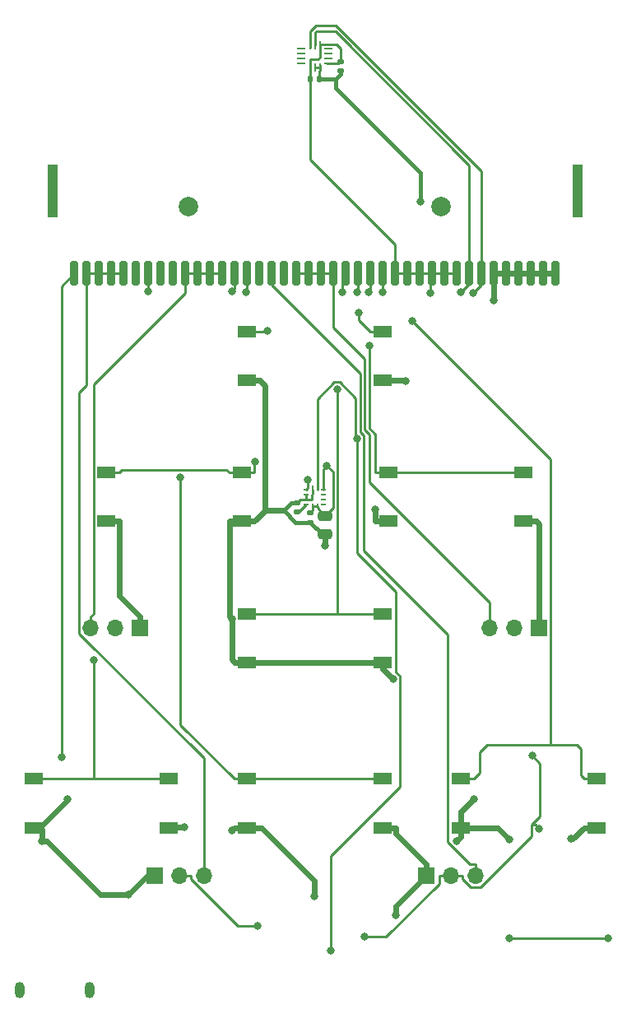
<source format=gbr>
%TF.GenerationSoftware,KiCad,Pcbnew,9.0.3*%
%TF.CreationDate,2025-08-22T11:29:54-04:00*%
%TF.ProjectId,roversa2,726f7665-7273-4613-922e-6b696361645f,rev?*%
%TF.SameCoordinates,Original*%
%TF.FileFunction,Copper,L1,Top*%
%TF.FilePolarity,Positive*%
%FSLAX46Y46*%
G04 Gerber Fmt 4.6, Leading zero omitted, Abs format (unit mm)*
G04 Created by KiCad (PCBNEW 9.0.3) date 2025-08-22 11:29:54*
%MOMM*%
%LPD*%
G01*
G04 APERTURE LIST*
G04 Aperture macros list*
%AMRoundRect*
0 Rectangle with rounded corners*
0 $1 Rounding radius*
0 $2 $3 $4 $5 $6 $7 $8 $9 X,Y pos of 4 corners*
0 Add a 4 corners polygon primitive as box body*
4,1,4,$2,$3,$4,$5,$6,$7,$8,$9,$2,$3,0*
0 Add four circle primitives for the rounded corners*
1,1,$1+$1,$2,$3*
1,1,$1+$1,$4,$5*
1,1,$1+$1,$6,$7*
1,1,$1+$1,$8,$9*
0 Add four rect primitives between the rounded corners*
20,1,$1+$1,$2,$3,$4,$5,0*
20,1,$1+$1,$4,$5,$6,$7,0*
20,1,$1+$1,$6,$7,$8,$9,0*
20,1,$1+$1,$8,$9,$2,$3,0*%
G04 Aperture macros list end*
%TA.AperFunction,SMDPad,CuDef*%
%ADD10R,1.950000X1.300000*%
%TD*%
%TA.AperFunction,SMDPad,CuDef*%
%ADD11RoundRect,0.250000X-0.475000X0.250000X-0.475000X-0.250000X0.475000X-0.250000X0.475000X0.250000X0*%
%TD*%
%TA.AperFunction,SMDPad,CuDef*%
%ADD12RoundRect,0.140000X0.170000X-0.140000X0.170000X0.140000X-0.170000X0.140000X-0.170000X-0.140000X0*%
%TD*%
%TA.AperFunction,ComponentPad*%
%ADD13RoundRect,0.275000X-0.275000X-2.475000X0.275000X-2.475000X0.275000X2.475000X-0.275000X2.475000X0*%
%TD*%
%TA.AperFunction,ComponentPad*%
%ADD14C,2.000000*%
%TD*%
%TA.AperFunction,SMDPad,CuDef*%
%ADD15RoundRect,0.200000X-0.200000X-1.050000X0.200000X-1.050000X0.200000X1.050000X-0.200000X1.050000X0*%
%TD*%
%TA.AperFunction,SMDPad,CuDef*%
%ADD16RoundRect,0.140000X-0.170000X0.140000X-0.170000X-0.140000X0.170000X-0.140000X0.170000X0.140000X0*%
%TD*%
%TA.AperFunction,SMDPad,CuDef*%
%ADD17RoundRect,0.140000X-0.140000X-0.170000X0.140000X-0.170000X0.140000X0.170000X-0.140000X0.170000X0*%
%TD*%
%TA.AperFunction,SMDPad,CuDef*%
%ADD18R,0.950000X0.250000*%
%TD*%
%TA.AperFunction,SMDPad,CuDef*%
%ADD19R,0.250000X0.950000*%
%TD*%
%TA.AperFunction,SMDPad,CuDef*%
%ADD20R,0.550000X0.250000*%
%TD*%
%TA.AperFunction,SMDPad,CuDef*%
%ADD21R,0.250000X0.550000*%
%TD*%
%TA.AperFunction,ComponentPad*%
%ADD22R,1.700000X1.700000*%
%TD*%
%TA.AperFunction,ComponentPad*%
%ADD23O,1.700000X1.700000*%
%TD*%
%TA.AperFunction,ComponentPad*%
%ADD24O,1.000000X1.700000*%
%TD*%
%TA.AperFunction,ViaPad*%
%ADD25C,0.800000*%
%TD*%
%TA.AperFunction,Conductor*%
%ADD26C,0.250000*%
%TD*%
%TA.AperFunction,Conductor*%
%ADD27C,0.600000*%
%TD*%
%TA.AperFunction,Conductor*%
%ADD28C,0.400000*%
%TD*%
G04 APERTURE END LIST*
D10*
%TO.P,SW2,1,1*%
%TO.N,Net-(R10-Pad2)*%
X92897800Y-126021900D03*
X106847800Y-126021900D03*
%TO.P,SW2,2,2*%
%TO.N,VSS*%
X92897800Y-131021900D03*
X106847800Y-131021900D03*
%TD*%
D11*
%TO.P,C6,1*%
%TO.N,+3V3*%
X100914200Y-98948200D03*
%TO.P,C6,2*%
%TO.N,VSS*%
X100914200Y-100848200D03*
%TD*%
D12*
%TO.P,C5,1*%
%TO.N,Net-(U3-C1)*%
X98000000Y-98571500D03*
%TO.P,C5,2*%
%TO.N,VSS*%
X98000000Y-97611500D03*
%TD*%
D13*
%TO.P,EC1,*%
%TO.N,*%
X72872800Y-65511900D03*
D14*
X86872800Y-67171900D03*
X112872800Y-67171900D03*
D13*
X126872800Y-65511900D03*
D15*
%TO.P,EC1,1,P3*%
%TO.N,V_DIV*%
X75107800Y-74021900D03*
%TO.P,EC1,2,P0*%
%TO.N,GVS_A*%
X76377800Y-74021900D03*
X77647800Y-74021900D03*
X78917800Y-74021900D03*
X80187800Y-74021900D03*
%TO.P,EC1,3,P4*%
%TO.N,unconnected-(EC1-P4-Pad3)*%
X81457800Y-74021900D03*
%TO.P,EC1,4,P5*%
%TO.N,ENTER*%
X82727800Y-74021900D03*
%TO.P,EC1,5,P6*%
%TO.N,unconnected-(EC1-P6-Pad5)*%
X83997800Y-74021900D03*
%TO.P,EC1,6,P7*%
%TO.N,unconnected-(EC1-P7-Pad6)*%
X85267800Y-74021900D03*
%TO.P,EC1,7,P1*%
%TO.N,SERVO_L*%
X86537800Y-74021900D03*
X87807800Y-74021900D03*
X89077800Y-74021900D03*
X90347800Y-74021900D03*
%TO.P,EC1,8,P8*%
%TO.N,PLAY*%
X91617800Y-74021900D03*
%TO.P,EC1,9,P9*%
%TO.N,STOP*%
X92887800Y-74021900D03*
%TO.P,EC1,10,P10*%
%TO.N,unconnected-(EC1-P10-Pad10)*%
X94157800Y-74021900D03*
%TO.P,EC1,11,P11*%
%TO.N,GVS_D*%
X95427800Y-74021900D03*
%TO.P,EC1,12,P12*%
%TO.N,unconnected-(EC1-P12-Pad12)*%
X96697800Y-74021900D03*
%TO.P,EC1,13,P2*%
%TO.N,SERVO_R*%
X97967800Y-74021900D03*
X99237800Y-74021900D03*
X100507800Y-74021900D03*
X101777800Y-74021900D03*
%TO.P,EC1,14,P13*%
%TO.N,FWD*%
X103047800Y-74021900D03*
%TO.P,EC1,15,P14*%
%TO.N,REV*%
X104317800Y-74021900D03*
%TO.P,EC1,16,P15*%
%TO.N,TURN_R*%
X105587800Y-74021900D03*
%TO.P,EC1,17,P16*%
%TO.N,TURN_L*%
X106857800Y-74021900D03*
%TO.P,EC1,18,3V3*%
%TO.N,+3V3*%
X108127800Y-74021900D03*
X109397800Y-74021900D03*
X110667800Y-74021900D03*
X111937800Y-74021900D03*
X113207800Y-74021900D03*
X114477800Y-74021900D03*
%TO.P,EC1,19,P19*%
%TO.N,I_SCL*%
X115747800Y-74021900D03*
%TO.P,EC1,20,P20*%
%TO.N,I_SDA*%
X117017800Y-74021900D03*
%TO.P,EC1,21,GND*%
%TO.N,VSS*%
X118287800Y-74021900D03*
X119557800Y-74021900D03*
X120827800Y-74021900D03*
X122097800Y-74021900D03*
X123367800Y-74021900D03*
X124637800Y-74021900D03*
%TD*%
D16*
%TO.P,C8,1*%
%TO.N,+3V3*%
X102500000Y-52207900D03*
%TO.P,C8,2*%
%TO.N,VSS*%
X102500000Y-53167900D03*
%TD*%
D10*
%TO.P,SW3,1,1*%
%TO.N,Net-(R11-Pad2)*%
X114897800Y-126021900D03*
X128847800Y-126021900D03*
%TO.P,SW3,2,2*%
%TO.N,VSS*%
X114897800Y-131021900D03*
X128847800Y-131021900D03*
%TD*%
%TO.P,SW8,1,1*%
%TO.N,Net-(R16-Pad2)*%
X78397800Y-94521900D03*
X92347800Y-94521900D03*
%TO.P,SW8,2,2*%
%TO.N,VSS*%
X78397800Y-99521900D03*
X92347800Y-99521900D03*
%TD*%
D17*
%TO.P,C9,1*%
%TO.N,+3V3*%
X99392800Y-54000000D03*
%TO.P,C9,2*%
%TO.N,VSS*%
X100352800Y-54000000D03*
%TD*%
D10*
%TO.P,SW7,1,1*%
%TO.N,Net-(R15-Pad2)*%
X107397800Y-94521900D03*
X121347800Y-94521900D03*
%TO.P,SW7,2,2*%
%TO.N,VSS*%
X107397800Y-99521900D03*
X121347800Y-99521900D03*
%TD*%
D16*
%TO.P,C7,1*%
%TO.N,+3V3*%
X99390200Y-98656200D03*
%TO.P,C7,2*%
%TO.N,VSS*%
X99390200Y-99616200D03*
%TD*%
D10*
%TO.P,SW6,1,1*%
%TO.N,Net-(R14-Pad2)*%
X92897800Y-109021900D03*
X106847800Y-109021900D03*
%TO.P,SW6,2,2*%
%TO.N,VSS*%
X92897800Y-114021900D03*
X106847800Y-114021900D03*
%TD*%
%TO.P,SW4,1,1*%
%TO.N,Net-(R12-Pad2)*%
X70897800Y-126021900D03*
X84847800Y-126021900D03*
%TO.P,SW4,2,2*%
%TO.N,VSS*%
X70897800Y-131021900D03*
X84847800Y-131021900D03*
%TD*%
%TO.P,SW5,1,1*%
%TO.N,Net-(R13-Pad2)*%
X92897800Y-80021900D03*
X106847800Y-80021900D03*
%TO.P,SW5,2,2*%
%TO.N,VSS*%
X92897800Y-85021900D03*
X106847800Y-85021900D03*
%TD*%
D18*
%TO.P,U4,1,SA0*%
%TO.N,unconnected-(U4-SA0-Pad1)*%
X98472800Y-50921900D03*
%TO.P,U4,2,SDX*%
%TO.N,unconnected-(U4-SDX-Pad2)*%
X98472800Y-51421900D03*
%TO.P,U4,3,SCX*%
%TO.N,unconnected-(U4-SCX-Pad3)*%
X98472800Y-51921900D03*
%TO.P,U4,4,INT1*%
%TO.N,unconnected-(U4-INT1-Pad4)*%
X98472800Y-52421900D03*
D19*
%TO.P,U4,5,VDD_IO*%
%TO.N,+3V3*%
X99372800Y-52821900D03*
%TO.P,U4,6,GND*%
%TO.N,VSS*%
X99872800Y-52821900D03*
%TO.P,U4,7,GND*%
X100372800Y-52821900D03*
D18*
%TO.P,U4,8,VDD*%
%TO.N,+3V3*%
X101260300Y-52421900D03*
%TO.P,U4,9,INT2*%
%TO.N,unconnected-(U4-INT2-Pad9)*%
X101260300Y-51921900D03*
%TO.P,U4,10,NC*%
%TO.N,unconnected-(U4-NC-Pad10)*%
X101260300Y-51421900D03*
%TO.P,U4,11,NC*%
%TO.N,unconnected-(U4-NC-Pad11)*%
X101260300Y-50921900D03*
D19*
%TO.P,U4,12,CS*%
%TO.N,+3V3*%
X100372800Y-50521900D03*
%TO.P,U4,13,SCL*%
%TO.N,I_SCL*%
X99872800Y-50521900D03*
%TO.P,U4,14,SDA*%
%TO.N,I_SDA*%
X99372800Y-50521900D03*
%TD*%
D20*
%TO.P,U3,1,SCL*%
%TO.N,I_SCL*%
X98972800Y-96271900D03*
%TO.P,U3,2,RES*%
%TO.N,VSS*%
X98972800Y-96771900D03*
%TO.P,U3,3,GND*%
X98972800Y-97271900D03*
%TO.P,U3,4,C1*%
%TO.N,Net-(U3-C1)*%
X98972800Y-97771900D03*
D21*
%TO.P,U3,5,VDD*%
%TO.N,+3V3*%
X99622800Y-97921900D03*
%TO.P,U3,6,VDD_IO*%
X100122800Y-97921900D03*
D20*
%TO.P,U3,7,INT*%
%TO.N,unconnected-(U3-INT-Pad7)*%
X100772800Y-97771900D03*
%TO.P,U3,8,DRDY*%
%TO.N,unconnected-(U3-DRDY-Pad8)*%
X100772800Y-97271900D03*
%TO.P,U3,9,SA1*%
%TO.N,unconnected-(U3-SA1-Pad9)*%
X100772800Y-96771900D03*
%TO.P,U3,10,CS*%
%TO.N,+3V3*%
X100772800Y-96271900D03*
D21*
%TO.P,U3,11,SDA*%
%TO.N,I_SDA*%
X100122800Y-96121900D03*
%TO.P,U3,12,RES*%
%TO.N,VSS*%
X99622800Y-96121900D03*
%TD*%
D22*
%TO.P,J7,1,GND*%
%TO.N,VSS*%
X122922800Y-110521900D03*
D23*
%TO.P,J7,2,VDD*%
%TO.N,SW_BAT*%
X120382800Y-110521900D03*
%TO.P,J7,3,PWM*%
%TO.N,SERVO_R*%
X117842800Y-110521900D03*
%TD*%
D24*
%TO.P,J1,*%
%TO.N,*%
X76647800Y-147771900D03*
X69497800Y-147771900D03*
%TD*%
D22*
%TO.P,J6,1,GND*%
%TO.N,VSS*%
X81872800Y-110521900D03*
D23*
%TO.P,J6,2,VDD*%
%TO.N,SW_BAT*%
X79332800Y-110521900D03*
%TO.P,J6,3,PWM*%
%TO.N,SERVO_L*%
X76792800Y-110521900D03*
%TD*%
D22*
%TO.P,J5,1,GND*%
%TO.N,VSS*%
X83372800Y-135971900D03*
D23*
%TO.P,J5,2,VDD*%
%TO.N,+3V3*%
X85912800Y-135971900D03*
%TO.P,J5,3,SIGNAL*%
%TO.N,GVS_A*%
X88452800Y-135971900D03*
%TD*%
D22*
%TO.P,J8,1,GND*%
%TO.N,VSS*%
X111322800Y-135971900D03*
D23*
%TO.P,J8,2,VDD*%
%TO.N,+3V3*%
X113862800Y-135971900D03*
%TO.P,J8,3,SIGNAL*%
%TO.N,GVS_D*%
X116402800Y-135971900D03*
%TD*%
D25*
%TO.N,SW_BAT*%
X130048000Y-142392400D03*
X119837200Y-142392400D03*
%TO.N,VSS*%
X86440500Y-130943700D03*
X110700000Y-66600000D03*
X91302900Y-109590400D03*
X109170600Y-85046400D03*
X116199700Y-128066800D03*
X71798400Y-132381700D03*
X114479400Y-132398800D03*
X99822000Y-138099800D03*
X118287800Y-76753200D03*
X119888000Y-132232400D03*
X100914200Y-102063000D03*
X107909400Y-115754900D03*
X126251500Y-132156100D03*
X80670400Y-137956900D03*
X108150400Y-140070600D03*
X106095900Y-98283300D03*
X91312400Y-131305400D03*
X74403100Y-128136300D03*
%TO.N,+3V3*%
X101100000Y-93800000D03*
X104932401Y-142255899D03*
X122200000Y-123600000D03*
X93933700Y-141161400D03*
X122934900Y-131115900D03*
X111704400Y-76040900D03*
%TO.N,V_DIV*%
X73808000Y-123815800D03*
%TO.N,ENTER*%
X82677000Y-75819000D03*
%TO.N,PLAY*%
X91313000Y-75895200D03*
%TO.N,STOP*%
X92811600Y-75920600D03*
%TO.N,FWD*%
X102666800Y-75920600D03*
%TO.N,REV*%
X104241600Y-75920600D03*
%TO.N,TURN_R*%
X105410000Y-75946000D03*
%TO.N,TURN_L*%
X106807000Y-75946000D03*
%TO.N,I_SCL*%
X114884200Y-75971400D03*
X99110300Y-95237700D03*
%TO.N,I_SDA*%
X101533800Y-143660800D03*
X116136800Y-76030200D03*
X104194900Y-91001000D03*
%TO.N,Net-(R10-Pad2)*%
X86013500Y-94965300D03*
%TO.N,Net-(R11-Pad2)*%
X109881800Y-78868800D03*
%TO.N,Net-(R12-Pad2)*%
X77137900Y-113796100D03*
%TO.N,Net-(R13-Pad2)*%
X104374947Y-78089000D03*
X94970600Y-79933800D03*
%TO.N,Net-(R14-Pad2)*%
X102165500Y-85957600D03*
%TO.N,Net-(R15-Pad2)*%
X105440300Y-81408600D03*
%TO.N,Net-(R16-Pad2)*%
X93739200Y-93382200D03*
%TD*%
D26*
%TO.N,SW_BAT*%
X119837200Y-142392400D02*
X130048000Y-142392400D01*
D27*
%TO.N,VSS*%
X94199700Y-85021900D02*
X94734600Y-85556800D01*
X80670400Y-137956900D02*
X82655400Y-135971900D01*
X91302900Y-113728900D02*
X91302900Y-109590400D01*
D26*
X99622800Y-96259400D02*
X99622800Y-96723800D01*
D27*
X92897800Y-114021900D02*
X94199700Y-114021900D01*
X84926000Y-130943700D02*
X84847800Y-131021900D01*
D28*
X96638200Y-98416200D02*
X97838200Y-99616200D01*
D27*
X77822400Y-137956900D02*
X72247200Y-132381700D01*
X91045900Y-109333400D02*
X91045900Y-99521900D01*
X92897800Y-85021900D02*
X94199700Y-85021900D01*
X107397800Y-99521900D02*
X106095900Y-99521900D01*
X128847800Y-131021900D02*
X127545900Y-131021900D01*
X78397800Y-99521900D02*
X79699700Y-99521900D01*
D26*
X100352800Y-54000000D02*
X100352800Y-53187900D01*
D27*
X106847800Y-131021900D02*
X108149700Y-131021900D01*
X108149700Y-131621900D02*
X108149700Y-131021900D01*
X80670400Y-137956900D02*
X77822400Y-137956900D01*
D28*
X101981000Y-54000000D02*
X100352800Y-54000000D01*
X99390200Y-99616200D02*
X100622200Y-100848200D01*
D27*
X108150400Y-139144300D02*
X108150400Y-140070600D01*
D28*
X96638200Y-98416200D02*
X97442900Y-97611500D01*
D27*
X81872800Y-109345000D02*
X79699700Y-107171900D01*
X116199700Y-128066800D02*
X114897800Y-129368700D01*
X106847800Y-85021900D02*
X108149700Y-85021900D01*
X91312400Y-131305400D02*
X91595900Y-131021900D01*
X92347800Y-99521900D02*
X91045900Y-99521900D01*
D26*
X94734600Y-98416200D02*
X94734600Y-98437000D01*
D27*
X106095900Y-98283300D02*
X106095900Y-99521900D01*
D28*
X110700000Y-63702600D02*
X101981000Y-54983600D01*
D26*
X100352800Y-53187900D02*
X100372800Y-53167900D01*
D27*
X118677500Y-131021900D02*
X114897800Y-131021900D01*
D26*
X100622200Y-100848200D02*
X100914200Y-100848200D01*
D28*
X101981000Y-54983600D02*
X101981000Y-54000000D01*
D26*
X100372800Y-53148800D02*
X100372800Y-53167900D01*
X111322800Y-135383400D02*
X111322800Y-135971900D01*
D27*
X114897800Y-129368700D02*
X114897800Y-131021900D01*
X122922800Y-110521900D02*
X122922800Y-99795000D01*
X126411700Y-132156100D02*
X127545900Y-131021900D01*
X71798400Y-132381700D02*
X71798400Y-131271500D01*
D28*
X97442900Y-97611500D02*
X98000000Y-97611500D01*
D27*
X114897800Y-131021900D02*
X114897800Y-131980400D01*
X119888000Y-132232400D02*
X118677500Y-131021900D01*
X94734600Y-98437000D02*
X93649700Y-99521900D01*
X94734600Y-85556800D02*
X94734600Y-98416200D01*
D26*
X98339600Y-97271900D02*
X98000000Y-97611500D01*
X100372800Y-52584400D02*
X100372800Y-53148800D01*
D27*
X94344900Y-131021900D02*
X92897800Y-131021900D01*
X92347800Y-99521900D02*
X93649700Y-99521900D01*
X71798400Y-131271500D02*
X71548800Y-131021900D01*
X91302900Y-109590400D02*
X91045900Y-109333400D01*
X92897800Y-131021900D02*
X91595900Y-131021900D01*
X82655400Y-135971900D02*
X83372800Y-135971900D01*
X108149700Y-85021900D02*
X109146100Y-85021900D01*
X106847800Y-114021900D02*
X94199700Y-114021900D01*
X81872800Y-110521900D02*
X81872800Y-109345000D01*
D28*
X102500000Y-53481000D02*
X102500000Y-53167900D01*
D26*
X98972800Y-96771900D02*
X98972800Y-97271900D01*
D27*
X121347800Y-99521900D02*
X122649700Y-99521900D01*
X99822000Y-136499000D02*
X94344900Y-131021900D01*
X71548800Y-131021900D02*
X74403100Y-128167600D01*
D26*
X99574700Y-96771900D02*
X99574700Y-97271900D01*
D27*
X94734600Y-98416200D02*
X96638200Y-98416200D01*
X72247200Y-132381700D02*
X71798400Y-132381700D01*
D28*
X110700000Y-66600000D02*
X110700000Y-63702600D01*
D26*
X109146100Y-85021900D02*
X109170600Y-85046400D01*
D27*
X91595900Y-114021900D02*
X91302900Y-113728900D01*
X111322800Y-134795000D02*
X108149700Y-131621900D01*
D28*
X101981000Y-54000000D02*
X102500000Y-53481000D01*
D26*
X126251500Y-132156100D02*
X126411700Y-132156100D01*
X100372800Y-52821900D02*
X99872800Y-52821900D01*
D27*
X92897800Y-114021900D02*
X91595900Y-114021900D01*
D28*
X97838200Y-99616200D02*
X99390200Y-99616200D01*
D27*
X107909400Y-115754900D02*
X106847800Y-114693300D01*
D26*
X99622800Y-96723800D02*
X99574700Y-96771900D01*
D27*
X124637800Y-74021900D02*
X118287800Y-74021900D01*
X100914200Y-100848200D02*
X100914200Y-102063000D01*
X118287800Y-74021900D02*
X118287800Y-76753200D01*
X114897800Y-131980400D02*
X114479400Y-132398800D01*
X111322800Y-135383400D02*
X111322800Y-134795000D01*
X111322800Y-135971900D02*
X108150400Y-139144300D01*
D26*
X74403100Y-128167600D02*
X74403100Y-128136300D01*
D27*
X79699700Y-107171900D02*
X79699700Y-99521900D01*
X106847800Y-114693300D02*
X106847800Y-114021900D01*
X99822000Y-138099800D02*
X99822000Y-136499000D01*
X70897800Y-131021900D02*
X71548800Y-131021900D01*
X122922800Y-99795000D02*
X122649700Y-99521900D01*
D26*
X99574700Y-97271900D02*
X98339600Y-97271900D01*
D27*
X86440500Y-130943700D02*
X84926000Y-130943700D01*
D26*
%TO.N,+3V3*%
X102061300Y-50470900D02*
X102500000Y-50909600D01*
X108127800Y-74021900D02*
X109397800Y-74021900D01*
X101714500Y-94414500D02*
X101714500Y-98147900D01*
X111937800Y-74021900D02*
X113207800Y-74021900D01*
X109397800Y-74021900D02*
X110667800Y-74021900D01*
X99622800Y-98423600D02*
X99622800Y-97921900D01*
X100372800Y-50521900D02*
X100372800Y-51821900D01*
X99372800Y-52069900D02*
X99372800Y-52821900D01*
X112685900Y-136781000D02*
X112685900Y-135971900D01*
X100122800Y-98156800D02*
X100914200Y-98948200D01*
X85912800Y-135971900D02*
X87089700Y-135971900D01*
X100173800Y-52020900D02*
X99421800Y-52020900D01*
X101260300Y-52421900D02*
X102286000Y-52421900D01*
X113862800Y-135971900D02*
X115039700Y-135971900D01*
X101035300Y-52421900D02*
X101599700Y-52421900D01*
X101100000Y-93800000D02*
X100772800Y-94127200D01*
X102500000Y-50909600D02*
X102500000Y-52207900D01*
X99390200Y-98656200D02*
X99622800Y-98423600D01*
X100372800Y-51821900D02*
X100173800Y-52020900D01*
X102286000Y-52421900D02*
X102500000Y-52207900D01*
X100423800Y-50470900D02*
X102061300Y-50470900D01*
X99372800Y-52821900D02*
X99372800Y-53980000D01*
X115039700Y-135971900D02*
X115039700Y-136337700D01*
X122157400Y-130730900D02*
X122549900Y-130730900D01*
X113207800Y-74021900D02*
X114477800Y-74021900D01*
X101099700Y-98669900D02*
X100914200Y-98855400D01*
X111704400Y-76040900D02*
X111704400Y-74021900D01*
X101100000Y-93800000D02*
X101714500Y-94414500D01*
X99622800Y-97921900D02*
X100122800Y-97921900D01*
X100372800Y-50790700D02*
X100372800Y-50759400D01*
X100914200Y-98855400D02*
X100729400Y-98855400D01*
X115869700Y-137167700D02*
X116890300Y-137167700D01*
X107211001Y-142255899D02*
X112685900Y-136781000D01*
X122157400Y-131900600D02*
X122157400Y-130730900D01*
X100914200Y-98855400D02*
X100914200Y-98948200D01*
X108127800Y-71012600D02*
X99392800Y-62277600D01*
X99392800Y-62277600D02*
X99392800Y-54000000D01*
X101714500Y-98147900D02*
X100914200Y-98948200D01*
X100122800Y-97921900D02*
X100122800Y-98156800D01*
X110667800Y-74021900D02*
X111937800Y-74021900D01*
X123037600Y-124437600D02*
X122200000Y-123600000D01*
X116890300Y-137167700D02*
X122157400Y-131900600D01*
X99421800Y-52020900D02*
X99372800Y-52069900D01*
X101100000Y-93582600D02*
X101100000Y-93800000D01*
X122549900Y-130730900D02*
X122934900Y-131115900D01*
X123037600Y-129850700D02*
X123037600Y-124437600D01*
X93933700Y-141161400D02*
X91913400Y-141161400D01*
X91913400Y-141161400D02*
X87089700Y-136337700D01*
X99372800Y-53980000D02*
X99392800Y-54000000D01*
X112685900Y-135971900D02*
X113862800Y-135971900D01*
X104932401Y-142255899D02*
X107211001Y-142255899D01*
X115039700Y-136337700D02*
X115869700Y-137167700D01*
X122157400Y-130730900D02*
X123037600Y-129850700D01*
X100372800Y-50521900D02*
X100423800Y-50470900D01*
X108127800Y-74021900D02*
X108127800Y-71012600D01*
X100772800Y-94127200D02*
X100772800Y-96271900D01*
X87089700Y-136337700D02*
X87089700Y-135971900D01*
%TO.N,Net-(U3-C1)*%
X98972800Y-97771900D02*
X98173200Y-98571500D01*
X98972800Y-97771900D02*
X98972800Y-97808004D01*
X98173200Y-98571500D02*
X98000000Y-98571500D01*
%TO.N,V_DIV*%
X75107800Y-74021900D02*
X73808000Y-75321700D01*
X73808000Y-75321700D02*
X73808000Y-123815800D01*
%TO.N,GVS_A*%
X75615700Y-111048800D02*
X88452800Y-123885900D01*
X76377800Y-74021900D02*
X76377800Y-85547300D01*
X80187800Y-74021900D02*
X76377800Y-74021900D01*
X88452800Y-123885900D02*
X88452800Y-135971900D01*
X75615700Y-86309400D02*
X75615700Y-111048800D01*
X76377800Y-85547300D02*
X75615700Y-86309400D01*
%TO.N,ENTER*%
X82727800Y-75768200D02*
X82677000Y-75819000D01*
X82727800Y-74021900D02*
X82727800Y-75768200D01*
%TO.N,SERVO_L*%
X90347800Y-74021900D02*
X86537800Y-74021900D01*
X76792800Y-109345000D02*
X76792800Y-110521900D01*
X86537800Y-76024200D02*
X77095900Y-85466100D01*
X86537800Y-74021900D02*
X86537800Y-76024200D01*
X77095900Y-85466100D02*
X77095900Y-109041900D01*
X77095900Y-109041900D02*
X76792800Y-109345000D01*
%TO.N,PLAY*%
X91617800Y-75590400D02*
X91617800Y-74021900D01*
X91313000Y-75895200D02*
X91617800Y-75590400D01*
%TO.N,STOP*%
X92887800Y-75844400D02*
X92811600Y-75920600D01*
X92887800Y-73021900D02*
X92887800Y-75844400D01*
%TO.N,GVS_D*%
X113538600Y-132529600D02*
X115804000Y-134795000D01*
X95427800Y-73021900D02*
X95427800Y-75209400D01*
X104921800Y-102546800D02*
X113538600Y-111163600D01*
X104921800Y-90699900D02*
X104921800Y-102546800D01*
X95427800Y-75209400D02*
X104535000Y-84316600D01*
X116402800Y-135971900D02*
X116402800Y-134795000D01*
X113538600Y-111163600D02*
X113538600Y-132529600D01*
X115804000Y-134795000D02*
X116402800Y-134795000D01*
X104535000Y-90313100D02*
X104921800Y-90699900D01*
X104535000Y-84316600D02*
X104535000Y-90313100D01*
%TO.N,SERVO_R*%
X105484700Y-95497300D02*
X105484700Y-90621500D01*
X117842800Y-107855400D02*
X105484700Y-95497300D01*
X101777800Y-79599800D02*
X101777800Y-74021900D01*
X101777800Y-74021900D02*
X97967800Y-74021900D01*
X104986900Y-90123700D02*
X104986900Y-82808900D01*
X117842800Y-110521900D02*
X117842800Y-107855400D01*
X105484700Y-90621500D02*
X104986900Y-90123700D01*
X104986900Y-82808900D02*
X101777800Y-79599800D01*
%TO.N,FWD*%
X102666800Y-75920600D02*
X102666800Y-74402900D01*
X102666800Y-74402900D02*
X103047800Y-74021900D01*
%TO.N,REV*%
X104317800Y-75844400D02*
X104241600Y-75920600D01*
X104317800Y-73021900D02*
X104317800Y-75844400D01*
%TO.N,TURN_R*%
X105587800Y-73021900D02*
X105587800Y-75768200D01*
X105587800Y-75768200D02*
X105410000Y-75946000D01*
%TO.N,TURN_L*%
X106857800Y-75895200D02*
X106807000Y-75946000D01*
X106857800Y-73021900D02*
X106857800Y-75895200D01*
%TO.N,I_SCL*%
X115747800Y-62885610D02*
X101999045Y-49136855D01*
X101999045Y-49136855D02*
X100000955Y-49136855D01*
X99110300Y-96134400D02*
X98972800Y-96271900D01*
X100000955Y-49136855D02*
X99872800Y-49265010D01*
X114884200Y-75971400D02*
X115747800Y-75107800D01*
X99110300Y-95237700D02*
X99110300Y-96134400D01*
X115747800Y-75107800D02*
X115747800Y-62885610D01*
X99872800Y-49265010D02*
X99872800Y-50521900D01*
%TO.N,I_SDA*%
X99372800Y-49127200D02*
X99372800Y-50759400D01*
X104194900Y-91001000D02*
X104060400Y-90866500D01*
X101533800Y-133899400D02*
X108636300Y-126796900D01*
X117017800Y-63517800D02*
X102000000Y-48500000D01*
X101852100Y-85192600D02*
X100122800Y-86921900D01*
X102428500Y-85192600D02*
X101852100Y-85192600D01*
X100122800Y-96259400D02*
X100122800Y-95795000D01*
X108636300Y-115453800D02*
X108149800Y-114967300D01*
X102000000Y-48500000D02*
X100000000Y-48500000D01*
X117017800Y-75149200D02*
X117017800Y-63517800D01*
X104060400Y-90866500D02*
X104060400Y-86824500D01*
X108636300Y-126796900D02*
X108636300Y-115453800D01*
X108149700Y-106732000D02*
X104194900Y-102777200D01*
X100122800Y-96121900D02*
X100122800Y-86921900D01*
X108149700Y-114967300D02*
X108149700Y-106732000D01*
X100000000Y-48500000D02*
X99372800Y-49127200D01*
X104060400Y-86824500D02*
X102428500Y-85192600D01*
X108149800Y-114967300D02*
X108149700Y-114967300D01*
X104194900Y-102777200D02*
X104194900Y-91001000D01*
X101533800Y-143660800D02*
X101533800Y-133899400D01*
X116136800Y-76030200D02*
X117017800Y-75149200D01*
%TO.N,Net-(R10-Pad2)*%
X86013500Y-94965300D02*
X86013500Y-120439500D01*
X106847800Y-126021900D02*
X92897800Y-126021900D01*
X86013500Y-120439500D02*
X91595900Y-126021900D01*
X92897800Y-126021900D02*
X91595900Y-126021900D01*
%TO.N,Net-(R11-Pad2)*%
X116799300Y-125422300D02*
X116199700Y-126021900D01*
X109881800Y-78868800D02*
X124143100Y-93130100D01*
X127203200Y-125679200D02*
X127203200Y-122936000D01*
X124143100Y-122490900D02*
X124104400Y-122529600D01*
X124104400Y-122529600D02*
X117551200Y-122529600D01*
X117551200Y-122529600D02*
X116799300Y-123281500D01*
X127545900Y-126021900D02*
X127203200Y-125679200D01*
X116799300Y-123281500D02*
X116799300Y-125422300D01*
X124143100Y-93130100D02*
X124143100Y-122490900D01*
X126796800Y-122529600D02*
X127203200Y-122936000D01*
X128847800Y-126021900D02*
X127545900Y-126021900D01*
X116199700Y-126021900D02*
X114897800Y-126021900D01*
X124104400Y-122529600D02*
X126796800Y-122529600D01*
%TO.N,Net-(R12-Pad2)*%
X84847800Y-126021900D02*
X77137900Y-126021900D01*
X77137900Y-126021900D02*
X70897800Y-126021900D01*
X77137900Y-126021900D02*
X77137900Y-113796100D01*
%TO.N,Net-(R13-Pad2)*%
X94882500Y-80021900D02*
X92897800Y-80021900D01*
X105545900Y-80021900D02*
X106847800Y-80021900D01*
X104374947Y-78850947D02*
X105545900Y-80021900D01*
X104374947Y-78089000D02*
X104374947Y-78850947D01*
X94970600Y-79933800D02*
X94882500Y-80021900D01*
%TO.N,Net-(R14-Pad2)*%
X102165500Y-109021900D02*
X92897800Y-109021900D01*
X102165500Y-109021900D02*
X102165500Y-85957600D01*
X106847800Y-109021900D02*
X102165500Y-109021900D01*
%TO.N,Net-(R15-Pad2)*%
X106095900Y-90578800D02*
X105440300Y-89923200D01*
X106095900Y-94521900D02*
X106095900Y-90578800D01*
X121347800Y-94521900D02*
X107397800Y-94521900D01*
X107397800Y-94521900D02*
X106095900Y-94521900D01*
X105440300Y-89923200D02*
X105440300Y-81408600D01*
%TO.N,Net-(R16-Pad2)*%
X93649700Y-93471700D02*
X93739200Y-93382200D01*
X79983200Y-94238400D02*
X79699700Y-94521900D01*
X93649700Y-94521900D02*
X93649700Y-93471700D01*
X92347800Y-94521900D02*
X91045900Y-94521900D01*
X91045900Y-94521900D02*
X90762400Y-94238400D01*
X90762400Y-94238400D02*
X79983200Y-94238400D01*
X78397800Y-94521900D02*
X79699700Y-94521900D01*
X92347800Y-94521900D02*
X93649700Y-94521900D01*
%TD*%
M02*

</source>
